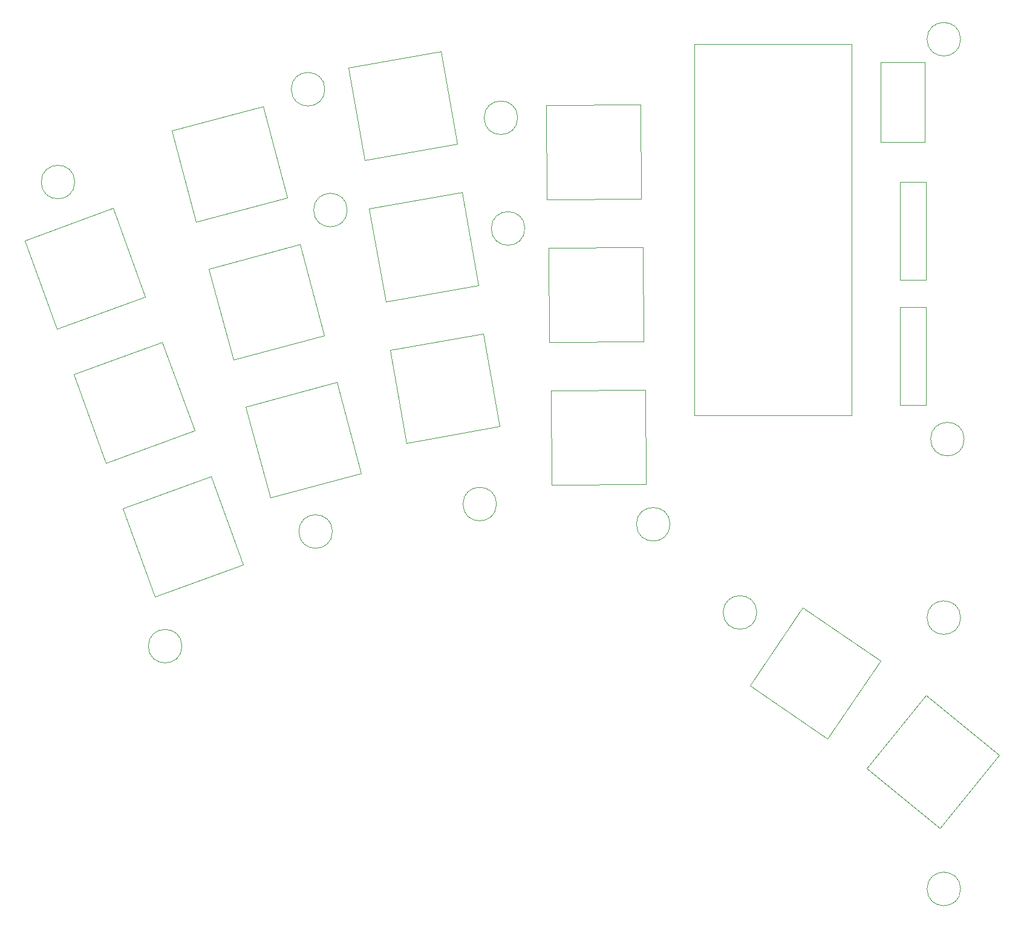
<source format=gbr>
G04 %TF.GenerationSoftware,KiCad,Pcbnew,7.0.2@% jlc*
G04 %TF.CreationDate,2023-06-04T21:47:57+09:00@% jlc*
G04 %TF.ProjectId,architeuthis_dux,61726368-6974-4657-9574-6869735f6475,v1.0.0@% jlc*
G04 %TF.SameCoordinates,Original@% jlc*
G04 %TF.FileFunction,Other,User@% jlc*
%FSLAX46Y46*%
G04 Gerber Fmt 4.6, Leading zero omitted, Abs format (unit mm)*
G04 Created by KiCad (PCBNEW 7.0.2) date 2023-06-04 21:47:57*
%MOMM*%
%LPD*%
G01*
G04 APERTURE LIST*
%ADD10C,0.050000*%
%ADD11C,0.120000*%
G04 APERTURE END LIST*
D10*
G04 %TO.C,REF\u002A\u002A@% jlc*
X199350000Y-65500000D02*
G75*
G03*
X199350000Y-65500000I-2350000J0D01*
G01*
X219672506Y-106929664D02*
G75*
G03*
X219672506Y-106929664I-2350000J0D01*
G01*
X195386201Y-104096261D02*
G75*
G03*
X195386201Y-104096261I-2350000J0D01*
G01*
X174490484Y-62922299D02*
G75*
G03*
X174490484Y-62922299I-2350000J0D01*
G01*
G04 %TO.C,SW01@% jlc*
X129321339Y-67175361D02*
X141725281Y-62660695D01*
X133836005Y-79579304D02*
X129321339Y-67175361D01*
X141725281Y-62660695D02*
X146239947Y-75064638D01*
X146239947Y-75064638D02*
X133836005Y-79579304D01*
G04 %TO.C,SW3@% jlc*
X174637989Y-42957603D02*
X187637451Y-40665447D01*
X176930145Y-55957065D02*
X174637989Y-42957603D01*
X187637451Y-40665447D02*
X189929607Y-53664909D01*
X189929607Y-53664909D02*
X176930145Y-55957065D01*
G04 %TO.C,REF\u002A\u002A@% jlc*
X198350000Y-50000000D02*
G75*
G03*
X198350000Y-50000000I-2350000J0D01*
G01*
G04 %TO.C,SW14@% jlc*
X255531658Y-130906071D02*
X265768202Y-139239928D01*
X247197801Y-141142615D02*
X255531658Y-130906071D01*
X265768202Y-139239928D02*
X257434345Y-149476472D01*
X257434345Y-149476472D02*
X247197801Y-141142615D01*
G04 %TO.C,SW13@% jlc*
X238259027Y-118599547D02*
X249170012Y-126028572D01*
X230830002Y-129510531D02*
X238259027Y-118599547D01*
X249170012Y-126028572D02*
X241740987Y-136939556D01*
X241740987Y-136939556D02*
X230830002Y-129510531D01*
G04 %TO.C,SW10@% jlc*
X160289757Y-90465121D02*
X173039978Y-87048709D01*
X163706168Y-103215342D02*
X160289757Y-90465121D01*
X173039978Y-87048709D02*
X176456389Y-99798930D01*
X176456389Y-99798930D02*
X163706168Y-103215342D01*
G04 %TO.C,REF\u002A\u002A@% jlc*
X260350000Y-39000000D02*
G75*
G03*
X260350000Y-39000000I-2350000J0D01*
G01*
G04 %TO.C,J2@% jlc*
X251900000Y-58960000D02*
X251900000Y-72710000D01*
X251900000Y-72710000D02*
X255500000Y-72710000D01*
X255500000Y-58960000D02*
X251900000Y-58960000D01*
X255500000Y-72710000D02*
X255500000Y-58960000D01*
G04 %TO.C,REF@% jlc*
X260850000Y-95000000D02*
G75*
G03*
X260850000Y-95000000I-2350000J0D01*
G01*
G04 %TO.C,SW5@% jlc*
X136198929Y-85915730D02*
X148602871Y-81401064D01*
X140713595Y-98319673D02*
X136198929Y-85915730D01*
X148602871Y-81401064D02*
X153117537Y-93805007D01*
X153117537Y-93805007D02*
X140713595Y-98319673D01*
G04 %TO.C,SW12@% jlc*
X203002361Y-88219044D02*
X216201954Y-88115372D01*
X203106032Y-101418636D02*
X203002361Y-88219044D01*
X216201954Y-88115372D02*
X216305625Y-101314965D01*
X216305625Y-101314965D02*
X203106032Y-101418636D01*
G04 %TO.C,SW9@% jlc*
X143039332Y-104709582D02*
X155443274Y-100194916D01*
X147553998Y-117113525D02*
X143039332Y-104709582D01*
X155443274Y-100194916D02*
X159957940Y-112598859D01*
X159957940Y-112598859D02*
X147553998Y-117113525D01*
G04 %TO.C,REF\u002A\u002A@% jlc*
X231815658Y-119275202D02*
G75*
G03*
X231815658Y-119275202I-2350000J0D01*
G01*
X260350000Y-158000000D02*
G75*
G03*
X260350000Y-158000000I-2350000J0D01*
G01*
D11*
G04 %TO.C,U1@% jlc*
X223073000Y-39674000D02*
X245073000Y-39674000D01*
X223073000Y-91674000D02*
X223073000Y-39674000D01*
X245073000Y-39674000D02*
X245073000Y-91674000D01*
X245073000Y-91674000D02*
X223073000Y-91674000D01*
D10*
G04 %TO.C,J1@% jlc*
X249200000Y-42200000D02*
X249200000Y-53400000D01*
X249200000Y-53400000D02*
X255350000Y-53400000D01*
X255350000Y-42200000D02*
X249200000Y-42200000D01*
X255350000Y-53400000D02*
X255350000Y-42200000D01*
G04 %TO.C,REF\u002A\u002A@% jlc*
X171350000Y-46000000D02*
G75*
G03*
X171350000Y-46000000I-2350000J0D01*
G01*
G04 %TO.C,SW2@% jlc*
X149936995Y-51828089D02*
X162687216Y-48411677D01*
X153353406Y-64578310D02*
X149936995Y-51828089D01*
X162687216Y-48411677D02*
X166103627Y-61161898D01*
X166103627Y-61161898D02*
X153353406Y-64578310D01*
G04 %TO.C,REF\u002A\u002A@% jlc*
X151350000Y-124000000D02*
G75*
G03*
X151350000Y-124000000I-2350000J0D01*
G01*
G04 %TO.C,SW4@% jlc*
X202304265Y-48225136D02*
X215503858Y-48121464D01*
X202407936Y-61424728D02*
X202304265Y-48225136D01*
X215503858Y-48121464D02*
X215607529Y-61321057D01*
X215607529Y-61321057D02*
X202407936Y-61424728D01*
G04 %TO.C,SW6@% jlc*
X155113376Y-71146604D02*
X167863597Y-67730192D01*
X158529787Y-83896825D02*
X155113376Y-71146604D01*
X167863597Y-67730192D02*
X171280008Y-80480413D01*
X171280008Y-80480413D02*
X158529787Y-83896825D01*
G04 %TO.C,REF\u002A\u002A@% jlc*
X136350000Y-59000000D02*
G75*
G03*
X136350000Y-59000000I-2350000J0D01*
G01*
X172415404Y-107941593D02*
G75*
G03*
X172415404Y-107941593I-2350000J0D01*
G01*
X260350000Y-120000000D02*
G75*
G03*
X260350000Y-120000000I-2350000J0D01*
G01*
G04 %TO.C,SW8@% jlc*
X202653313Y-68222090D02*
X215852906Y-68118418D01*
X202756984Y-81421682D02*
X202653313Y-68222090D01*
X215852906Y-68118418D02*
X215956577Y-81318011D01*
X215956577Y-81318011D02*
X202756984Y-81421682D01*
G04 %TO.C,SW7@% jlc*
X177569141Y-62742657D02*
X190568603Y-60450501D01*
X179861297Y-75742119D02*
X177569141Y-62742657D01*
X190568603Y-60450501D02*
X192860759Y-73449963D01*
X192860759Y-73449963D02*
X179861297Y-75742119D01*
G04 %TO.C,J3@% jlc*
X251900000Y-76500000D02*
X251900000Y-90250000D01*
X251900000Y-90250000D02*
X255500000Y-90250000D01*
X255500000Y-76500000D02*
X251900000Y-76500000D01*
X255500000Y-90250000D02*
X255500000Y-76500000D01*
G04 %TO.C,SW11@% jlc*
X195791910Y-93235016D02*
X182792448Y-95527172D01*
X193499754Y-80235554D02*
X195791910Y-93235016D01*
X182792448Y-95527172D02*
X180500292Y-82527710D01*
X180500292Y-82527710D02*
X193499754Y-80235554D01*
G04 %TD@% jlc*
M02*

</source>
